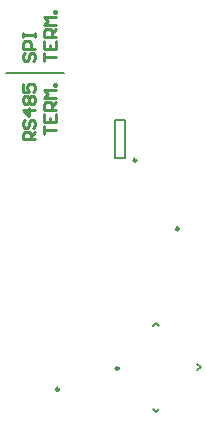
<source format=gto>
G04*
G04 #@! TF.GenerationSoftware,Altium Limited,Altium Designer,20.0.9 (164)*
G04*
G04 Layer_Color=65535*
%FSLAX25Y25*%
%MOIN*%
G70*
G01*
G75*
%ADD10C,0.00984*%
%ADD11C,0.00787*%
%ADD12C,0.01000*%
D10*
X71799Y118086D02*
G03*
X71799Y118086I-492J0D01*
G01*
X77658Y187500D02*
G03*
X77658Y187500I-492J0D01*
G01*
X91831Y164567D02*
G03*
X91831Y164567I-492J0D01*
G01*
X51870Y111122D02*
G03*
X51870Y111122I-492J0D01*
G01*
D11*
X34252Y216535D02*
X53543D01*
X84252Y133353D02*
X85313Y132292D01*
X83191D02*
X84252Y133353D01*
X98040Y117443D02*
X99101Y118504D01*
X98040Y119565D02*
X99101Y118504D01*
X83191Y104715D02*
X84252Y103655D01*
X85313Y104715D01*
X70472Y200787D02*
X74016D01*
X70472Y188189D02*
X74016D01*
X70472D02*
Y200787D01*
X74016Y188189D02*
Y200787D01*
D12*
X40566Y223309D02*
X39910Y222653D01*
Y221341D01*
X40566Y220685D01*
X41222D01*
X41878Y221341D01*
Y222653D01*
X42534Y223309D01*
X43190D01*
X43846Y222653D01*
Y221341D01*
X43190Y220685D01*
X43846Y224621D02*
X39910D01*
Y226589D01*
X40566Y227245D01*
X41878D01*
X42534Y226589D01*
Y224621D01*
X39910Y228556D02*
Y229868D01*
Y229212D01*
X43846D01*
Y228556D01*
Y229868D01*
X47033Y220685D02*
Y223309D01*
Y221997D01*
X50968D01*
X47033Y227245D02*
Y224621D01*
X50968D01*
Y227245D01*
X49001Y224621D02*
Y225933D01*
X50968Y228556D02*
X47033D01*
Y230524D01*
X47689Y231180D01*
X49001D01*
X49657Y230524D01*
Y228556D01*
Y229868D02*
X50968Y231180D01*
Y232492D02*
X47033D01*
X48345Y233804D01*
X47033Y235116D01*
X50968D01*
Y236428D02*
X50313D01*
Y237084D01*
X50968D01*
Y236428D01*
X43846Y194413D02*
X39910D01*
Y196381D01*
X40566Y197037D01*
X41878D01*
X42534Y196381D01*
Y194413D01*
Y195725D02*
X43846Y197037D01*
X40566Y200972D02*
X39910Y200316D01*
Y199004D01*
X40566Y198348D01*
X41222D01*
X41878Y199004D01*
Y200316D01*
X42534Y200972D01*
X43190D01*
X43846Y200316D01*
Y199004D01*
X43190Y198348D01*
X43846Y204252D02*
X39910D01*
X41878Y202284D01*
Y204908D01*
X40566Y206220D02*
X39910Y206876D01*
Y208188D01*
X40566Y208844D01*
X41222D01*
X41878Y208188D01*
X42534Y208844D01*
X43190D01*
X43846Y208188D01*
Y206876D01*
X43190Y206220D01*
X42534D01*
X41878Y206876D01*
X41222Y206220D01*
X40566D01*
X41878Y206876D02*
Y208188D01*
X39910Y212779D02*
Y210156D01*
X41878D01*
X41222Y211468D01*
Y212124D01*
X41878Y212779D01*
X43190D01*
X43846Y212124D01*
Y210812D01*
X43190Y210156D01*
X47033Y196381D02*
Y199004D01*
Y197693D01*
X50968D01*
X47033Y202940D02*
Y200316D01*
X50968D01*
Y202940D01*
X49001Y200316D02*
Y201628D01*
X50968Y204252D02*
X47033D01*
Y206220D01*
X47689Y206876D01*
X49001D01*
X49657Y206220D01*
Y204252D01*
Y205564D02*
X50968Y206876D01*
Y208188D02*
X47033D01*
X48345Y209500D01*
X47033Y210812D01*
X50968D01*
Y212124D02*
X50313D01*
Y212779D01*
X50968D01*
Y212124D01*
M02*

</source>
